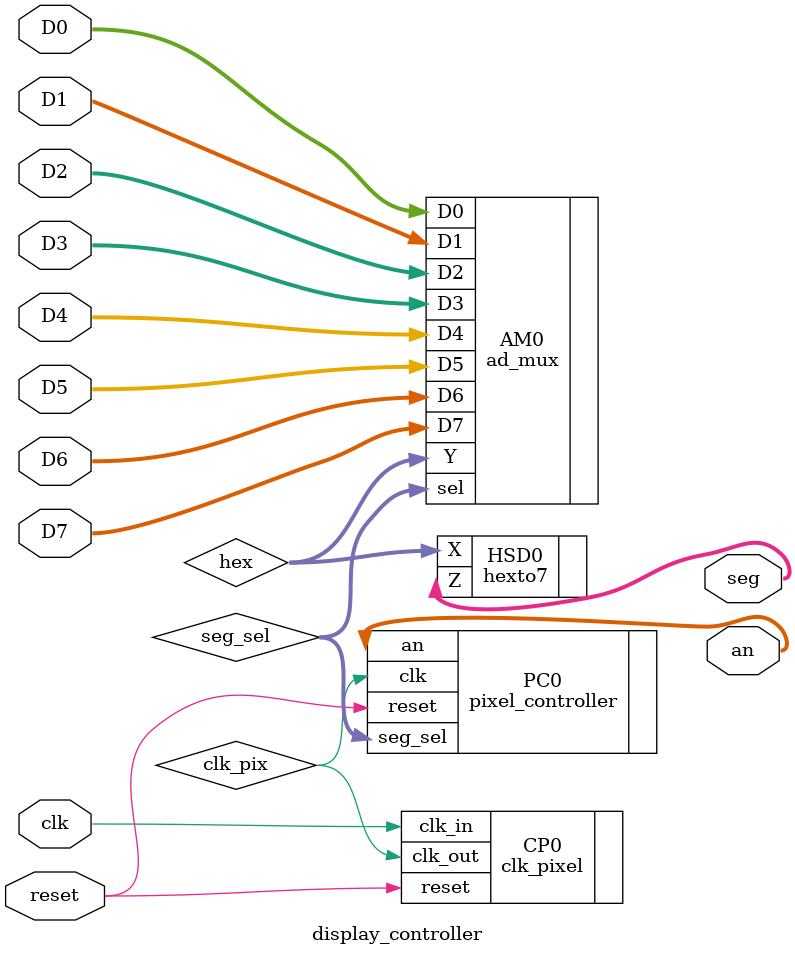
<source format=v>
`timescale 1ns / 1ps

/****************************** C E C S  3 0 1 ******************************
 * 
 * File Name:     Fname.v
 * Project:       Lab_Assignment_?
 * Designer:      Your Name
 * Email:         Your Email
 * Rev. No.:      Version 1.0
 * Rev. Date:     Current Rev. Date
 *
 * Purpose:       
 * 
 * Dependencies:  
 *         
 * Notes:         
 *
 ****************************************************************************/


module display_controller( D7, D6, D5, D4, D3, D2, D1, D0, clk, reset, an, seg );

    input  [3:0] D7,
                 D6,
                 D5,
                 D4,
                 D3,
                 D2,
                 D1,
                 D0;
    input        clk,
                 reset;
                 
    output [7:0] an;
    output [6:0] seg; //g f e d c b a
    
    wire         clk_pix;
    wire   [2:0] seg_sel;
    wire   [3:0] hex;
    
    clk_pixel CP0 ( .clk_in(clk), .reset(reset), .clk_out(clk_pix) );
    
    pixel_controller PC0 ( .clk(clk_pix), .reset(reset), .an(an), .seg_sel(seg_sel) );
    
    ad_mux AM0 ( .D7(D7), .D6(D6), .D5(D5), .D4(D4), .D3(D3), .D2(D2), .D1(D1), .D0(D0), .sel(seg_sel), .Y(hex) );
    
    hexto7 HSD0 ( .X(hex), .Z(seg) );
    
endmodule

</source>
